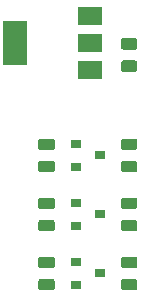
<source format=gbr>
G04 #@! TF.GenerationSoftware,KiCad,Pcbnew,(5.1.5)-3*
G04 #@! TF.CreationDate,2021-09-10T12:23:28+10:00*
G04 #@! TF.ProjectId,MHI ESP,4d484920-4553-4502-9e6b-696361645f70,rev?*
G04 #@! TF.SameCoordinates,Original*
G04 #@! TF.FileFunction,Paste,Top*
G04 #@! TF.FilePolarity,Positive*
%FSLAX46Y46*%
G04 Gerber Fmt 4.6, Leading zero omitted, Abs format (unit mm)*
G04 Created by KiCad (PCBNEW (5.1.5)-3) date 2021-09-10 12:23:28*
%MOMM*%
%LPD*%
G04 APERTURE LIST*
%ADD10R,2.000000X1.500000*%
%ADD11R,2.000000X3.800000*%
%ADD12C,0.100000*%
%ADD13R,0.900000X0.800000*%
G04 APERTURE END LIST*
D10*
X123150000Y-89800000D03*
X123150000Y-85200000D03*
X123150000Y-87500000D03*
D11*
X116850000Y-87500000D03*
D12*
G36*
X126980142Y-107451174D02*
G01*
X127003803Y-107454684D01*
X127027007Y-107460496D01*
X127049529Y-107468554D01*
X127071153Y-107478782D01*
X127091670Y-107491079D01*
X127110883Y-107505329D01*
X127128607Y-107521393D01*
X127144671Y-107539117D01*
X127158921Y-107558330D01*
X127171218Y-107578847D01*
X127181446Y-107600471D01*
X127189504Y-107622993D01*
X127195316Y-107646197D01*
X127198826Y-107669858D01*
X127200000Y-107693750D01*
X127200000Y-108181250D01*
X127198826Y-108205142D01*
X127195316Y-108228803D01*
X127189504Y-108252007D01*
X127181446Y-108274529D01*
X127171218Y-108296153D01*
X127158921Y-108316670D01*
X127144671Y-108335883D01*
X127128607Y-108353607D01*
X127110883Y-108369671D01*
X127091670Y-108383921D01*
X127071153Y-108396218D01*
X127049529Y-108406446D01*
X127027007Y-108414504D01*
X127003803Y-108420316D01*
X126980142Y-108423826D01*
X126956250Y-108425000D01*
X126043750Y-108425000D01*
X126019858Y-108423826D01*
X125996197Y-108420316D01*
X125972993Y-108414504D01*
X125950471Y-108406446D01*
X125928847Y-108396218D01*
X125908330Y-108383921D01*
X125889117Y-108369671D01*
X125871393Y-108353607D01*
X125855329Y-108335883D01*
X125841079Y-108316670D01*
X125828782Y-108296153D01*
X125818554Y-108274529D01*
X125810496Y-108252007D01*
X125804684Y-108228803D01*
X125801174Y-108205142D01*
X125800000Y-108181250D01*
X125800000Y-107693750D01*
X125801174Y-107669858D01*
X125804684Y-107646197D01*
X125810496Y-107622993D01*
X125818554Y-107600471D01*
X125828782Y-107578847D01*
X125841079Y-107558330D01*
X125855329Y-107539117D01*
X125871393Y-107521393D01*
X125889117Y-107505329D01*
X125908330Y-107491079D01*
X125928847Y-107478782D01*
X125950471Y-107468554D01*
X125972993Y-107460496D01*
X125996197Y-107454684D01*
X126019858Y-107451174D01*
X126043750Y-107450000D01*
X126956250Y-107450000D01*
X126980142Y-107451174D01*
G37*
G36*
X126980142Y-105576174D02*
G01*
X127003803Y-105579684D01*
X127027007Y-105585496D01*
X127049529Y-105593554D01*
X127071153Y-105603782D01*
X127091670Y-105616079D01*
X127110883Y-105630329D01*
X127128607Y-105646393D01*
X127144671Y-105664117D01*
X127158921Y-105683330D01*
X127171218Y-105703847D01*
X127181446Y-105725471D01*
X127189504Y-105747993D01*
X127195316Y-105771197D01*
X127198826Y-105794858D01*
X127200000Y-105818750D01*
X127200000Y-106306250D01*
X127198826Y-106330142D01*
X127195316Y-106353803D01*
X127189504Y-106377007D01*
X127181446Y-106399529D01*
X127171218Y-106421153D01*
X127158921Y-106441670D01*
X127144671Y-106460883D01*
X127128607Y-106478607D01*
X127110883Y-106494671D01*
X127091670Y-106508921D01*
X127071153Y-106521218D01*
X127049529Y-106531446D01*
X127027007Y-106539504D01*
X127003803Y-106545316D01*
X126980142Y-106548826D01*
X126956250Y-106550000D01*
X126043750Y-106550000D01*
X126019858Y-106548826D01*
X125996197Y-106545316D01*
X125972993Y-106539504D01*
X125950471Y-106531446D01*
X125928847Y-106521218D01*
X125908330Y-106508921D01*
X125889117Y-106494671D01*
X125871393Y-106478607D01*
X125855329Y-106460883D01*
X125841079Y-106441670D01*
X125828782Y-106421153D01*
X125818554Y-106399529D01*
X125810496Y-106377007D01*
X125804684Y-106353803D01*
X125801174Y-106330142D01*
X125800000Y-106306250D01*
X125800000Y-105818750D01*
X125801174Y-105794858D01*
X125804684Y-105771197D01*
X125810496Y-105747993D01*
X125818554Y-105725471D01*
X125828782Y-105703847D01*
X125841079Y-105683330D01*
X125855329Y-105664117D01*
X125871393Y-105646393D01*
X125889117Y-105630329D01*
X125908330Y-105616079D01*
X125928847Y-105603782D01*
X125950471Y-105593554D01*
X125972993Y-105585496D01*
X125996197Y-105579684D01*
X126019858Y-105576174D01*
X126043750Y-105575000D01*
X126956250Y-105575000D01*
X126980142Y-105576174D01*
G37*
G36*
X126980142Y-102451174D02*
G01*
X127003803Y-102454684D01*
X127027007Y-102460496D01*
X127049529Y-102468554D01*
X127071153Y-102478782D01*
X127091670Y-102491079D01*
X127110883Y-102505329D01*
X127128607Y-102521393D01*
X127144671Y-102539117D01*
X127158921Y-102558330D01*
X127171218Y-102578847D01*
X127181446Y-102600471D01*
X127189504Y-102622993D01*
X127195316Y-102646197D01*
X127198826Y-102669858D01*
X127200000Y-102693750D01*
X127200000Y-103181250D01*
X127198826Y-103205142D01*
X127195316Y-103228803D01*
X127189504Y-103252007D01*
X127181446Y-103274529D01*
X127171218Y-103296153D01*
X127158921Y-103316670D01*
X127144671Y-103335883D01*
X127128607Y-103353607D01*
X127110883Y-103369671D01*
X127091670Y-103383921D01*
X127071153Y-103396218D01*
X127049529Y-103406446D01*
X127027007Y-103414504D01*
X127003803Y-103420316D01*
X126980142Y-103423826D01*
X126956250Y-103425000D01*
X126043750Y-103425000D01*
X126019858Y-103423826D01*
X125996197Y-103420316D01*
X125972993Y-103414504D01*
X125950471Y-103406446D01*
X125928847Y-103396218D01*
X125908330Y-103383921D01*
X125889117Y-103369671D01*
X125871393Y-103353607D01*
X125855329Y-103335883D01*
X125841079Y-103316670D01*
X125828782Y-103296153D01*
X125818554Y-103274529D01*
X125810496Y-103252007D01*
X125804684Y-103228803D01*
X125801174Y-103205142D01*
X125800000Y-103181250D01*
X125800000Y-102693750D01*
X125801174Y-102669858D01*
X125804684Y-102646197D01*
X125810496Y-102622993D01*
X125818554Y-102600471D01*
X125828782Y-102578847D01*
X125841079Y-102558330D01*
X125855329Y-102539117D01*
X125871393Y-102521393D01*
X125889117Y-102505329D01*
X125908330Y-102491079D01*
X125928847Y-102478782D01*
X125950471Y-102468554D01*
X125972993Y-102460496D01*
X125996197Y-102454684D01*
X126019858Y-102451174D01*
X126043750Y-102450000D01*
X126956250Y-102450000D01*
X126980142Y-102451174D01*
G37*
G36*
X126980142Y-100576174D02*
G01*
X127003803Y-100579684D01*
X127027007Y-100585496D01*
X127049529Y-100593554D01*
X127071153Y-100603782D01*
X127091670Y-100616079D01*
X127110883Y-100630329D01*
X127128607Y-100646393D01*
X127144671Y-100664117D01*
X127158921Y-100683330D01*
X127171218Y-100703847D01*
X127181446Y-100725471D01*
X127189504Y-100747993D01*
X127195316Y-100771197D01*
X127198826Y-100794858D01*
X127200000Y-100818750D01*
X127200000Y-101306250D01*
X127198826Y-101330142D01*
X127195316Y-101353803D01*
X127189504Y-101377007D01*
X127181446Y-101399529D01*
X127171218Y-101421153D01*
X127158921Y-101441670D01*
X127144671Y-101460883D01*
X127128607Y-101478607D01*
X127110883Y-101494671D01*
X127091670Y-101508921D01*
X127071153Y-101521218D01*
X127049529Y-101531446D01*
X127027007Y-101539504D01*
X127003803Y-101545316D01*
X126980142Y-101548826D01*
X126956250Y-101550000D01*
X126043750Y-101550000D01*
X126019858Y-101548826D01*
X125996197Y-101545316D01*
X125972993Y-101539504D01*
X125950471Y-101531446D01*
X125928847Y-101521218D01*
X125908330Y-101508921D01*
X125889117Y-101494671D01*
X125871393Y-101478607D01*
X125855329Y-101460883D01*
X125841079Y-101441670D01*
X125828782Y-101421153D01*
X125818554Y-101399529D01*
X125810496Y-101377007D01*
X125804684Y-101353803D01*
X125801174Y-101330142D01*
X125800000Y-101306250D01*
X125800000Y-100818750D01*
X125801174Y-100794858D01*
X125804684Y-100771197D01*
X125810496Y-100747993D01*
X125818554Y-100725471D01*
X125828782Y-100703847D01*
X125841079Y-100683330D01*
X125855329Y-100664117D01*
X125871393Y-100646393D01*
X125889117Y-100630329D01*
X125908330Y-100616079D01*
X125928847Y-100603782D01*
X125950471Y-100593554D01*
X125972993Y-100585496D01*
X125996197Y-100579684D01*
X126019858Y-100576174D01*
X126043750Y-100575000D01*
X126956250Y-100575000D01*
X126980142Y-100576174D01*
G37*
G36*
X126980142Y-97451174D02*
G01*
X127003803Y-97454684D01*
X127027007Y-97460496D01*
X127049529Y-97468554D01*
X127071153Y-97478782D01*
X127091670Y-97491079D01*
X127110883Y-97505329D01*
X127128607Y-97521393D01*
X127144671Y-97539117D01*
X127158921Y-97558330D01*
X127171218Y-97578847D01*
X127181446Y-97600471D01*
X127189504Y-97622993D01*
X127195316Y-97646197D01*
X127198826Y-97669858D01*
X127200000Y-97693750D01*
X127200000Y-98181250D01*
X127198826Y-98205142D01*
X127195316Y-98228803D01*
X127189504Y-98252007D01*
X127181446Y-98274529D01*
X127171218Y-98296153D01*
X127158921Y-98316670D01*
X127144671Y-98335883D01*
X127128607Y-98353607D01*
X127110883Y-98369671D01*
X127091670Y-98383921D01*
X127071153Y-98396218D01*
X127049529Y-98406446D01*
X127027007Y-98414504D01*
X127003803Y-98420316D01*
X126980142Y-98423826D01*
X126956250Y-98425000D01*
X126043750Y-98425000D01*
X126019858Y-98423826D01*
X125996197Y-98420316D01*
X125972993Y-98414504D01*
X125950471Y-98406446D01*
X125928847Y-98396218D01*
X125908330Y-98383921D01*
X125889117Y-98369671D01*
X125871393Y-98353607D01*
X125855329Y-98335883D01*
X125841079Y-98316670D01*
X125828782Y-98296153D01*
X125818554Y-98274529D01*
X125810496Y-98252007D01*
X125804684Y-98228803D01*
X125801174Y-98205142D01*
X125800000Y-98181250D01*
X125800000Y-97693750D01*
X125801174Y-97669858D01*
X125804684Y-97646197D01*
X125810496Y-97622993D01*
X125818554Y-97600471D01*
X125828782Y-97578847D01*
X125841079Y-97558330D01*
X125855329Y-97539117D01*
X125871393Y-97521393D01*
X125889117Y-97505329D01*
X125908330Y-97491079D01*
X125928847Y-97478782D01*
X125950471Y-97468554D01*
X125972993Y-97460496D01*
X125996197Y-97454684D01*
X126019858Y-97451174D01*
X126043750Y-97450000D01*
X126956250Y-97450000D01*
X126980142Y-97451174D01*
G37*
G36*
X126980142Y-95576174D02*
G01*
X127003803Y-95579684D01*
X127027007Y-95585496D01*
X127049529Y-95593554D01*
X127071153Y-95603782D01*
X127091670Y-95616079D01*
X127110883Y-95630329D01*
X127128607Y-95646393D01*
X127144671Y-95664117D01*
X127158921Y-95683330D01*
X127171218Y-95703847D01*
X127181446Y-95725471D01*
X127189504Y-95747993D01*
X127195316Y-95771197D01*
X127198826Y-95794858D01*
X127200000Y-95818750D01*
X127200000Y-96306250D01*
X127198826Y-96330142D01*
X127195316Y-96353803D01*
X127189504Y-96377007D01*
X127181446Y-96399529D01*
X127171218Y-96421153D01*
X127158921Y-96441670D01*
X127144671Y-96460883D01*
X127128607Y-96478607D01*
X127110883Y-96494671D01*
X127091670Y-96508921D01*
X127071153Y-96521218D01*
X127049529Y-96531446D01*
X127027007Y-96539504D01*
X127003803Y-96545316D01*
X126980142Y-96548826D01*
X126956250Y-96550000D01*
X126043750Y-96550000D01*
X126019858Y-96548826D01*
X125996197Y-96545316D01*
X125972993Y-96539504D01*
X125950471Y-96531446D01*
X125928847Y-96521218D01*
X125908330Y-96508921D01*
X125889117Y-96494671D01*
X125871393Y-96478607D01*
X125855329Y-96460883D01*
X125841079Y-96441670D01*
X125828782Y-96421153D01*
X125818554Y-96399529D01*
X125810496Y-96377007D01*
X125804684Y-96353803D01*
X125801174Y-96330142D01*
X125800000Y-96306250D01*
X125800000Y-95818750D01*
X125801174Y-95794858D01*
X125804684Y-95771197D01*
X125810496Y-95747993D01*
X125818554Y-95725471D01*
X125828782Y-95703847D01*
X125841079Y-95683330D01*
X125855329Y-95664117D01*
X125871393Y-95646393D01*
X125889117Y-95630329D01*
X125908330Y-95616079D01*
X125928847Y-95603782D01*
X125950471Y-95593554D01*
X125972993Y-95585496D01*
X125996197Y-95579684D01*
X126019858Y-95576174D01*
X126043750Y-95575000D01*
X126956250Y-95575000D01*
X126980142Y-95576174D01*
G37*
G36*
X119980142Y-107451174D02*
G01*
X120003803Y-107454684D01*
X120027007Y-107460496D01*
X120049529Y-107468554D01*
X120071153Y-107478782D01*
X120091670Y-107491079D01*
X120110883Y-107505329D01*
X120128607Y-107521393D01*
X120144671Y-107539117D01*
X120158921Y-107558330D01*
X120171218Y-107578847D01*
X120181446Y-107600471D01*
X120189504Y-107622993D01*
X120195316Y-107646197D01*
X120198826Y-107669858D01*
X120200000Y-107693750D01*
X120200000Y-108181250D01*
X120198826Y-108205142D01*
X120195316Y-108228803D01*
X120189504Y-108252007D01*
X120181446Y-108274529D01*
X120171218Y-108296153D01*
X120158921Y-108316670D01*
X120144671Y-108335883D01*
X120128607Y-108353607D01*
X120110883Y-108369671D01*
X120091670Y-108383921D01*
X120071153Y-108396218D01*
X120049529Y-108406446D01*
X120027007Y-108414504D01*
X120003803Y-108420316D01*
X119980142Y-108423826D01*
X119956250Y-108425000D01*
X119043750Y-108425000D01*
X119019858Y-108423826D01*
X118996197Y-108420316D01*
X118972993Y-108414504D01*
X118950471Y-108406446D01*
X118928847Y-108396218D01*
X118908330Y-108383921D01*
X118889117Y-108369671D01*
X118871393Y-108353607D01*
X118855329Y-108335883D01*
X118841079Y-108316670D01*
X118828782Y-108296153D01*
X118818554Y-108274529D01*
X118810496Y-108252007D01*
X118804684Y-108228803D01*
X118801174Y-108205142D01*
X118800000Y-108181250D01*
X118800000Y-107693750D01*
X118801174Y-107669858D01*
X118804684Y-107646197D01*
X118810496Y-107622993D01*
X118818554Y-107600471D01*
X118828782Y-107578847D01*
X118841079Y-107558330D01*
X118855329Y-107539117D01*
X118871393Y-107521393D01*
X118889117Y-107505329D01*
X118908330Y-107491079D01*
X118928847Y-107478782D01*
X118950471Y-107468554D01*
X118972993Y-107460496D01*
X118996197Y-107454684D01*
X119019858Y-107451174D01*
X119043750Y-107450000D01*
X119956250Y-107450000D01*
X119980142Y-107451174D01*
G37*
G36*
X119980142Y-105576174D02*
G01*
X120003803Y-105579684D01*
X120027007Y-105585496D01*
X120049529Y-105593554D01*
X120071153Y-105603782D01*
X120091670Y-105616079D01*
X120110883Y-105630329D01*
X120128607Y-105646393D01*
X120144671Y-105664117D01*
X120158921Y-105683330D01*
X120171218Y-105703847D01*
X120181446Y-105725471D01*
X120189504Y-105747993D01*
X120195316Y-105771197D01*
X120198826Y-105794858D01*
X120200000Y-105818750D01*
X120200000Y-106306250D01*
X120198826Y-106330142D01*
X120195316Y-106353803D01*
X120189504Y-106377007D01*
X120181446Y-106399529D01*
X120171218Y-106421153D01*
X120158921Y-106441670D01*
X120144671Y-106460883D01*
X120128607Y-106478607D01*
X120110883Y-106494671D01*
X120091670Y-106508921D01*
X120071153Y-106521218D01*
X120049529Y-106531446D01*
X120027007Y-106539504D01*
X120003803Y-106545316D01*
X119980142Y-106548826D01*
X119956250Y-106550000D01*
X119043750Y-106550000D01*
X119019858Y-106548826D01*
X118996197Y-106545316D01*
X118972993Y-106539504D01*
X118950471Y-106531446D01*
X118928847Y-106521218D01*
X118908330Y-106508921D01*
X118889117Y-106494671D01*
X118871393Y-106478607D01*
X118855329Y-106460883D01*
X118841079Y-106441670D01*
X118828782Y-106421153D01*
X118818554Y-106399529D01*
X118810496Y-106377007D01*
X118804684Y-106353803D01*
X118801174Y-106330142D01*
X118800000Y-106306250D01*
X118800000Y-105818750D01*
X118801174Y-105794858D01*
X118804684Y-105771197D01*
X118810496Y-105747993D01*
X118818554Y-105725471D01*
X118828782Y-105703847D01*
X118841079Y-105683330D01*
X118855329Y-105664117D01*
X118871393Y-105646393D01*
X118889117Y-105630329D01*
X118908330Y-105616079D01*
X118928847Y-105603782D01*
X118950471Y-105593554D01*
X118972993Y-105585496D01*
X118996197Y-105579684D01*
X119019858Y-105576174D01*
X119043750Y-105575000D01*
X119956250Y-105575000D01*
X119980142Y-105576174D01*
G37*
G36*
X119980142Y-102451174D02*
G01*
X120003803Y-102454684D01*
X120027007Y-102460496D01*
X120049529Y-102468554D01*
X120071153Y-102478782D01*
X120091670Y-102491079D01*
X120110883Y-102505329D01*
X120128607Y-102521393D01*
X120144671Y-102539117D01*
X120158921Y-102558330D01*
X120171218Y-102578847D01*
X120181446Y-102600471D01*
X120189504Y-102622993D01*
X120195316Y-102646197D01*
X120198826Y-102669858D01*
X120200000Y-102693750D01*
X120200000Y-103181250D01*
X120198826Y-103205142D01*
X120195316Y-103228803D01*
X120189504Y-103252007D01*
X120181446Y-103274529D01*
X120171218Y-103296153D01*
X120158921Y-103316670D01*
X120144671Y-103335883D01*
X120128607Y-103353607D01*
X120110883Y-103369671D01*
X120091670Y-103383921D01*
X120071153Y-103396218D01*
X120049529Y-103406446D01*
X120027007Y-103414504D01*
X120003803Y-103420316D01*
X119980142Y-103423826D01*
X119956250Y-103425000D01*
X119043750Y-103425000D01*
X119019858Y-103423826D01*
X118996197Y-103420316D01*
X118972993Y-103414504D01*
X118950471Y-103406446D01*
X118928847Y-103396218D01*
X118908330Y-103383921D01*
X118889117Y-103369671D01*
X118871393Y-103353607D01*
X118855329Y-103335883D01*
X118841079Y-103316670D01*
X118828782Y-103296153D01*
X118818554Y-103274529D01*
X118810496Y-103252007D01*
X118804684Y-103228803D01*
X118801174Y-103205142D01*
X118800000Y-103181250D01*
X118800000Y-102693750D01*
X118801174Y-102669858D01*
X118804684Y-102646197D01*
X118810496Y-102622993D01*
X118818554Y-102600471D01*
X118828782Y-102578847D01*
X118841079Y-102558330D01*
X118855329Y-102539117D01*
X118871393Y-102521393D01*
X118889117Y-102505329D01*
X118908330Y-102491079D01*
X118928847Y-102478782D01*
X118950471Y-102468554D01*
X118972993Y-102460496D01*
X118996197Y-102454684D01*
X119019858Y-102451174D01*
X119043750Y-102450000D01*
X119956250Y-102450000D01*
X119980142Y-102451174D01*
G37*
G36*
X119980142Y-100576174D02*
G01*
X120003803Y-100579684D01*
X120027007Y-100585496D01*
X120049529Y-100593554D01*
X120071153Y-100603782D01*
X120091670Y-100616079D01*
X120110883Y-100630329D01*
X120128607Y-100646393D01*
X120144671Y-100664117D01*
X120158921Y-100683330D01*
X120171218Y-100703847D01*
X120181446Y-100725471D01*
X120189504Y-100747993D01*
X120195316Y-100771197D01*
X120198826Y-100794858D01*
X120200000Y-100818750D01*
X120200000Y-101306250D01*
X120198826Y-101330142D01*
X120195316Y-101353803D01*
X120189504Y-101377007D01*
X120181446Y-101399529D01*
X120171218Y-101421153D01*
X120158921Y-101441670D01*
X120144671Y-101460883D01*
X120128607Y-101478607D01*
X120110883Y-101494671D01*
X120091670Y-101508921D01*
X120071153Y-101521218D01*
X120049529Y-101531446D01*
X120027007Y-101539504D01*
X120003803Y-101545316D01*
X119980142Y-101548826D01*
X119956250Y-101550000D01*
X119043750Y-101550000D01*
X119019858Y-101548826D01*
X118996197Y-101545316D01*
X118972993Y-101539504D01*
X118950471Y-101531446D01*
X118928847Y-101521218D01*
X118908330Y-101508921D01*
X118889117Y-101494671D01*
X118871393Y-101478607D01*
X118855329Y-101460883D01*
X118841079Y-101441670D01*
X118828782Y-101421153D01*
X118818554Y-101399529D01*
X118810496Y-101377007D01*
X118804684Y-101353803D01*
X118801174Y-101330142D01*
X118800000Y-101306250D01*
X118800000Y-100818750D01*
X118801174Y-100794858D01*
X118804684Y-100771197D01*
X118810496Y-100747993D01*
X118818554Y-100725471D01*
X118828782Y-100703847D01*
X118841079Y-100683330D01*
X118855329Y-100664117D01*
X118871393Y-100646393D01*
X118889117Y-100630329D01*
X118908330Y-100616079D01*
X118928847Y-100603782D01*
X118950471Y-100593554D01*
X118972993Y-100585496D01*
X118996197Y-100579684D01*
X119019858Y-100576174D01*
X119043750Y-100575000D01*
X119956250Y-100575000D01*
X119980142Y-100576174D01*
G37*
G36*
X119980142Y-97451174D02*
G01*
X120003803Y-97454684D01*
X120027007Y-97460496D01*
X120049529Y-97468554D01*
X120071153Y-97478782D01*
X120091670Y-97491079D01*
X120110883Y-97505329D01*
X120128607Y-97521393D01*
X120144671Y-97539117D01*
X120158921Y-97558330D01*
X120171218Y-97578847D01*
X120181446Y-97600471D01*
X120189504Y-97622993D01*
X120195316Y-97646197D01*
X120198826Y-97669858D01*
X120200000Y-97693750D01*
X120200000Y-98181250D01*
X120198826Y-98205142D01*
X120195316Y-98228803D01*
X120189504Y-98252007D01*
X120181446Y-98274529D01*
X120171218Y-98296153D01*
X120158921Y-98316670D01*
X120144671Y-98335883D01*
X120128607Y-98353607D01*
X120110883Y-98369671D01*
X120091670Y-98383921D01*
X120071153Y-98396218D01*
X120049529Y-98406446D01*
X120027007Y-98414504D01*
X120003803Y-98420316D01*
X119980142Y-98423826D01*
X119956250Y-98425000D01*
X119043750Y-98425000D01*
X119019858Y-98423826D01*
X118996197Y-98420316D01*
X118972993Y-98414504D01*
X118950471Y-98406446D01*
X118928847Y-98396218D01*
X118908330Y-98383921D01*
X118889117Y-98369671D01*
X118871393Y-98353607D01*
X118855329Y-98335883D01*
X118841079Y-98316670D01*
X118828782Y-98296153D01*
X118818554Y-98274529D01*
X118810496Y-98252007D01*
X118804684Y-98228803D01*
X118801174Y-98205142D01*
X118800000Y-98181250D01*
X118800000Y-97693750D01*
X118801174Y-97669858D01*
X118804684Y-97646197D01*
X118810496Y-97622993D01*
X118818554Y-97600471D01*
X118828782Y-97578847D01*
X118841079Y-97558330D01*
X118855329Y-97539117D01*
X118871393Y-97521393D01*
X118889117Y-97505329D01*
X118908330Y-97491079D01*
X118928847Y-97478782D01*
X118950471Y-97468554D01*
X118972993Y-97460496D01*
X118996197Y-97454684D01*
X119019858Y-97451174D01*
X119043750Y-97450000D01*
X119956250Y-97450000D01*
X119980142Y-97451174D01*
G37*
G36*
X119980142Y-95576174D02*
G01*
X120003803Y-95579684D01*
X120027007Y-95585496D01*
X120049529Y-95593554D01*
X120071153Y-95603782D01*
X120091670Y-95616079D01*
X120110883Y-95630329D01*
X120128607Y-95646393D01*
X120144671Y-95664117D01*
X120158921Y-95683330D01*
X120171218Y-95703847D01*
X120181446Y-95725471D01*
X120189504Y-95747993D01*
X120195316Y-95771197D01*
X120198826Y-95794858D01*
X120200000Y-95818750D01*
X120200000Y-96306250D01*
X120198826Y-96330142D01*
X120195316Y-96353803D01*
X120189504Y-96377007D01*
X120181446Y-96399529D01*
X120171218Y-96421153D01*
X120158921Y-96441670D01*
X120144671Y-96460883D01*
X120128607Y-96478607D01*
X120110883Y-96494671D01*
X120091670Y-96508921D01*
X120071153Y-96521218D01*
X120049529Y-96531446D01*
X120027007Y-96539504D01*
X120003803Y-96545316D01*
X119980142Y-96548826D01*
X119956250Y-96550000D01*
X119043750Y-96550000D01*
X119019858Y-96548826D01*
X118996197Y-96545316D01*
X118972993Y-96539504D01*
X118950471Y-96531446D01*
X118928847Y-96521218D01*
X118908330Y-96508921D01*
X118889117Y-96494671D01*
X118871393Y-96478607D01*
X118855329Y-96460883D01*
X118841079Y-96441670D01*
X118828782Y-96421153D01*
X118818554Y-96399529D01*
X118810496Y-96377007D01*
X118804684Y-96353803D01*
X118801174Y-96330142D01*
X118800000Y-96306250D01*
X118800000Y-95818750D01*
X118801174Y-95794858D01*
X118804684Y-95771197D01*
X118810496Y-95747993D01*
X118818554Y-95725471D01*
X118828782Y-95703847D01*
X118841079Y-95683330D01*
X118855329Y-95664117D01*
X118871393Y-95646393D01*
X118889117Y-95630329D01*
X118908330Y-95616079D01*
X118928847Y-95603782D01*
X118950471Y-95593554D01*
X118972993Y-95585496D01*
X118996197Y-95579684D01*
X119019858Y-95576174D01*
X119043750Y-95575000D01*
X119956250Y-95575000D01*
X119980142Y-95576174D01*
G37*
D13*
X124000000Y-107000000D03*
X122000000Y-107950000D03*
X122000000Y-106050000D03*
X124000000Y-102000000D03*
X122000000Y-102950000D03*
X122000000Y-101050000D03*
X124000000Y-97000000D03*
X122000000Y-97950000D03*
X122000000Y-96050000D03*
D12*
G36*
X126980142Y-88951174D02*
G01*
X127003803Y-88954684D01*
X127027007Y-88960496D01*
X127049529Y-88968554D01*
X127071153Y-88978782D01*
X127091670Y-88991079D01*
X127110883Y-89005329D01*
X127128607Y-89021393D01*
X127144671Y-89039117D01*
X127158921Y-89058330D01*
X127171218Y-89078847D01*
X127181446Y-89100471D01*
X127189504Y-89122993D01*
X127195316Y-89146197D01*
X127198826Y-89169858D01*
X127200000Y-89193750D01*
X127200000Y-89681250D01*
X127198826Y-89705142D01*
X127195316Y-89728803D01*
X127189504Y-89752007D01*
X127181446Y-89774529D01*
X127171218Y-89796153D01*
X127158921Y-89816670D01*
X127144671Y-89835883D01*
X127128607Y-89853607D01*
X127110883Y-89869671D01*
X127091670Y-89883921D01*
X127071153Y-89896218D01*
X127049529Y-89906446D01*
X127027007Y-89914504D01*
X127003803Y-89920316D01*
X126980142Y-89923826D01*
X126956250Y-89925000D01*
X126043750Y-89925000D01*
X126019858Y-89923826D01*
X125996197Y-89920316D01*
X125972993Y-89914504D01*
X125950471Y-89906446D01*
X125928847Y-89896218D01*
X125908330Y-89883921D01*
X125889117Y-89869671D01*
X125871393Y-89853607D01*
X125855329Y-89835883D01*
X125841079Y-89816670D01*
X125828782Y-89796153D01*
X125818554Y-89774529D01*
X125810496Y-89752007D01*
X125804684Y-89728803D01*
X125801174Y-89705142D01*
X125800000Y-89681250D01*
X125800000Y-89193750D01*
X125801174Y-89169858D01*
X125804684Y-89146197D01*
X125810496Y-89122993D01*
X125818554Y-89100471D01*
X125828782Y-89078847D01*
X125841079Y-89058330D01*
X125855329Y-89039117D01*
X125871393Y-89021393D01*
X125889117Y-89005329D01*
X125908330Y-88991079D01*
X125928847Y-88978782D01*
X125950471Y-88968554D01*
X125972993Y-88960496D01*
X125996197Y-88954684D01*
X126019858Y-88951174D01*
X126043750Y-88950000D01*
X126956250Y-88950000D01*
X126980142Y-88951174D01*
G37*
G36*
X126980142Y-87076174D02*
G01*
X127003803Y-87079684D01*
X127027007Y-87085496D01*
X127049529Y-87093554D01*
X127071153Y-87103782D01*
X127091670Y-87116079D01*
X127110883Y-87130329D01*
X127128607Y-87146393D01*
X127144671Y-87164117D01*
X127158921Y-87183330D01*
X127171218Y-87203847D01*
X127181446Y-87225471D01*
X127189504Y-87247993D01*
X127195316Y-87271197D01*
X127198826Y-87294858D01*
X127200000Y-87318750D01*
X127200000Y-87806250D01*
X127198826Y-87830142D01*
X127195316Y-87853803D01*
X127189504Y-87877007D01*
X127181446Y-87899529D01*
X127171218Y-87921153D01*
X127158921Y-87941670D01*
X127144671Y-87960883D01*
X127128607Y-87978607D01*
X127110883Y-87994671D01*
X127091670Y-88008921D01*
X127071153Y-88021218D01*
X127049529Y-88031446D01*
X127027007Y-88039504D01*
X127003803Y-88045316D01*
X126980142Y-88048826D01*
X126956250Y-88050000D01*
X126043750Y-88050000D01*
X126019858Y-88048826D01*
X125996197Y-88045316D01*
X125972993Y-88039504D01*
X125950471Y-88031446D01*
X125928847Y-88021218D01*
X125908330Y-88008921D01*
X125889117Y-87994671D01*
X125871393Y-87978607D01*
X125855329Y-87960883D01*
X125841079Y-87941670D01*
X125828782Y-87921153D01*
X125818554Y-87899529D01*
X125810496Y-87877007D01*
X125804684Y-87853803D01*
X125801174Y-87830142D01*
X125800000Y-87806250D01*
X125800000Y-87318750D01*
X125801174Y-87294858D01*
X125804684Y-87271197D01*
X125810496Y-87247993D01*
X125818554Y-87225471D01*
X125828782Y-87203847D01*
X125841079Y-87183330D01*
X125855329Y-87164117D01*
X125871393Y-87146393D01*
X125889117Y-87130329D01*
X125908330Y-87116079D01*
X125928847Y-87103782D01*
X125950471Y-87093554D01*
X125972993Y-87085496D01*
X125996197Y-87079684D01*
X126019858Y-87076174D01*
X126043750Y-87075000D01*
X126956250Y-87075000D01*
X126980142Y-87076174D01*
G37*
M02*

</source>
